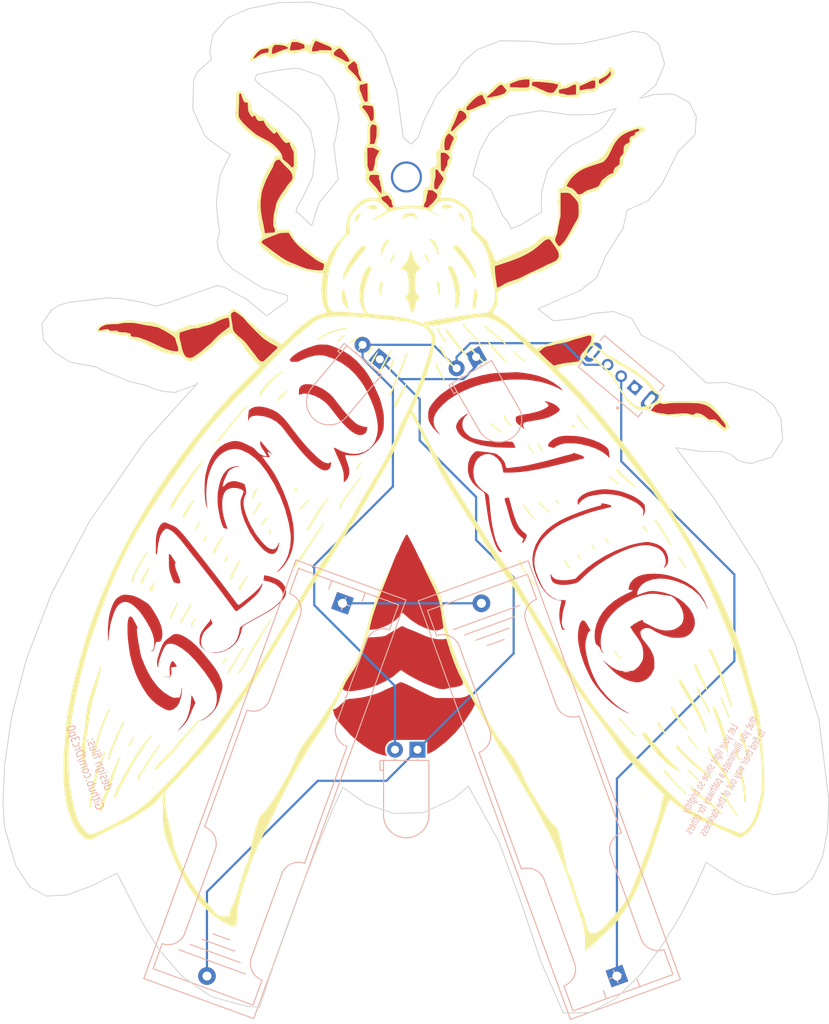
<source format=kicad_pcb>
(kicad_pcb (version 20240108) (generator "pcbnew") (generator_version "8.0")
  (layers (0 "F.Cu" signal) (31 "B.Cu" signal) (34 "B.Paste" user) (35 "F.Paste" user) (36 "B.SilkS" user "B.Silkscreen") (37 "F.SilkS" user "F.Silkscreen") (38 "B.Mask" user) (39 "F.Mask" user) (44 "Edge.Cuts" user))
  (net 0 "")
  (net 1 "Net-(D1-Pad2)")
  (net 3 "Net-(BT1-Pad2)")
  (net 4 "Net-(BT1-Pad1)")
  (net 5 "Net-(BT2-Pad1)")
  (footprint "Graphics" (layer "F.Cu") (at 154.401999 41.521989)
    (property "Reference" "")
    (property "Value" "")
  )
  (footprint "Graphics" (layer "F.Cu") (at 154.401999 41.521989)
    (property "Reference" "")
    (property "Value" "")
  )
  (footprint "Graphics" (layer "F.Cu") (at 154.401999 41.521989)
    (property "Reference" "")
    (property "Value" "")
  )
  (footprint "Graphics" (layer "F.Cu") (at 154.401999 41.521989)
    (property "Reference" "")
    (property "Value" "")
  )
  (footprint "Graphics" (layer "F.Cu") (at 154.401999 41.521989)
    (property "Reference" "")
    (property "Value" "")
  )
  (footprint "Graphics" (layer "B.Cu") (at 154.401999 41.521989)
    (property "Reference" "")
    (property "Value" "")
  )
  (footprint "LED_THT:LED_D5.0mm_Horizontal_O1.27mm_Z3.0mm" (layer "B.Cu") (at 197.000001 81.75 140)
    (property "Reference" "flat side" (hide yes))
    (property "Value" "LED" (hide yes))
  )
  (footprint "LED_THT:LED_D5.0mm_Horizontal_O1.27mm_Z3.0mm" (layer "B.Cu") (at 201.25 125.739366 180)
    (property "Reference" "flat side" (hide yes))
    (property "Value" "LED" (hide yes))
  )
  (footprint "LED_THT:LED_D5.0mm_Horizontal_O1.27mm_Z3.0mm" (layer "B.Cu") (at 207.866684 81.487034 -150)
    (property "Reference" "flat side" (hide yes))
    (property "Value" "LED" (hide yes))
  )
  (footprint "Local Footprints:SW_SS12D07VG4" (layer "B.Cu") (at 224.232614 83.650292 140)
    (property "Reference" "SW1" (hide yes))
    (property "Value" "SW_SPDT" (hide yes))
  )
  (footprint "Battery:BatteryHolder_Keystone_2466_1xAAA" (layer "B.Cu") (at 192.788302 109.245739 -110)
    (property "Reference" "BT1" (hide yes))
    (property "Value" "AAA battery" (hide yes))
  )
  (footprint "Battery:BatteryHolder_Keystone_2466_1xAAA" (layer "B.Cu") (at 223.75 151.25 110)
    (property "Reference" "BT2" (hide yes))
    (property "Value" "AAA battery" (hide yes))
  )
  (gr_poly (pts (xy 228.125999 50.854) (xy 229.07 48.669999) (xy 229.095001 48.292) (xy 228.468999 46.262) (xy 228.336999 46.085999) (xy 226.95 44.980001) (xy 225.599001 44.781) (xy 222.501 45.567) (xy 219.766999 46.164001) (xy 216.599 46.238) (xy 214.223999 45.906) (xy 210.581999 45.852999) (xy 207.969001 46.860001) (xy 206.335 48.304999) (xy 205.632 49.562) (xy 205.61 49.659001) (xy 203.473 51.902999) (xy 202.012 54.746) (xy 201.331999 56.708999) (xy 200.537 57.503) (xy 199.712001 56.847) (xy 199.631001 56.663001) (xy 198.924 51.526999) (xy 197.549 47.453001) (xy 195.951999 44.821) (xy 195.395001 44.288999) (xy 192.770001 42.324) (xy 189.313 41.498) (xy 185.618001 41.550001) (xy 182.277999 42.217) (xy 179.886999 43.237) (xy 179.806999 43.288999) (xy 178.174999 45.177999) (xy 177.811999 47.036999) (xy 177.991 47.965001) (xy 176.415999 49.360001) (xy 175.994999 50.327) (xy 175.990001 50.351001) (xy 175.914 53.603) (xy 177.223999 56.491001) (xy 177.504 56.811001) (xy 179.156 58.03) (xy 180.113001 58.647) (xy 178.994001 60.988999) (xy 178.585 63.751001) (xy 178.572001 64.561999) (xy 178.572001 64.564999) (xy 178.867001 67.011001) (xy 178.949001 67.299) (xy 178.639999 68.501999) (xy 178.848001 69.537999) (xy 179.378999 70.586) (xy 179.679999 70.883001) (xy 180.408 71.587999) (xy 183.598 73.642999) (xy 186.578999 74.541) (xy 186.595999 75.143999) (xy 184.232 76.85) (xy 181.946 74.970001) (xy 179.402999 73.609) (xy 178.594999 73.454999) (xy 173.141 75.376001) (xy 171.798001 75.760999) (xy 170.199 75.325) (xy 167.759999 74.895999) (xy 166.192999 74.833) (xy 166.190999 74.833) (xy 166.189001 74.833) (xy 162.078001 75.308001) (xy 160.859999 75.636999) (xy 159.984001 76.178001) (xy 158.861001 77.781) (xy 159.063999 79.593999) (xy 160.392999 81.028999) (xy 161.999001 82.022001) (xy 162.101001 82.073) (xy 164.982001 82.606) (xy 165.809001 83.051) (xy 166.166001 83.209999) (xy 166.189001 83.196) (xy 168.644001 84.204999) (xy 169.589 84.451001) (xy 170.668 84.712999) (xy 170.968001 84.849) (xy 171.028 84.888) (xy 172.47 85.353) (xy 173.868001 85.488001) (xy 176.159001 84.653999) (xy 176.238 84.604001) (xy 176.476001 84.410001) (xy 170.884001 90.579999) (xy 170.161 91.483001) (xy 164.204999 100.077001) (xy 159.953 108.169999) (xy 157.128001 115.564) (xy 155.458001 122.062) (xy 154.669 127.467001) (xy 154.485001 131.582) (xy 154.633999 134.211) (xy 154.697999 134.654) (xy 155.935 138.785) (xy 157.494999 141.220001) (xy 159.404 142.238001) (xy 161.685999 142.118999) (xy 164.366001 141.144999) (xy 167.357999 139.654001) (xy 168.575 142.046001) (xy 170.130999 145.091) (xy 172.146 148.334001) (xy 174.740001 151.319001) (xy 178.035 153.594) (xy 182.149001 154.702) (xy 183.455 154.742) (xy 184.66 151.092999) (xy 186.280999 146.485) (xy 188.114001 141.494) (xy 189.955001 136.694001) (xy 191.598 132.659999) (xy 192.823999 129.997) (xy 195.506001 131.879) (xy 198.595001 132.94) (xy 201.929 132.844001) (xy 205.347001 131.253001) (xy 206.984999 129.844999) (xy 210.476999 136.198) (xy 212.932999 142.919001) (xy 215.175999 149.636) (xy 217.714999 155.413999) (xy 220.703 155.367999) (xy 223.618999 153.781999) (xy 226.363001 151.118) (xy 228.835 147.838) (xy 230.935001 144.401001) (xy 232.561 141.269999) (xy 233.615 138.903999) (xy 233.801999 138.42) (xy 236.167001 139.975001) (xy 237.926999 140.982) (xy 241.431 142.08) (xy 244.019001 141.745) (xy 245.812 140.252999) (xy 246.933 137.880001) (xy 247.503 134.902999) (xy 247.644999 131.597999) (xy 247.639999 131.272001) (xy 246.538001 122.339001) (xy 243.792999 113.658) (xy 239.756 105.343001) (xy 234.779 97.509) (xy 230.385001 91.699999) (xy 233.153 92.137001) (xy 234.208 92.121999) (xy 235.676001 92.163999) (xy 236.695001 92.514) (xy 237.369001 93.122) (xy 238.405001 93.425) (xy 239.004999 93.467) (xy 241.218 92.748001) (xy 242.446 90.848001) (xy 242.268999 88.484999) (xy 241.897 87.819001) (xy 241.621 87.229999) (xy 241.348001 86.796) (xy 239.233001 85.279001) (xy 236.027 84.346001) (xy 233.821999 84.429) (xy 230.084 80.876001) (xy 226.535001 79.059001) (xy 225.396999 77.127001) (xy 223.382999 76.363) (xy 221.085 76.575) (xy 220.276999 76.863999) (xy 218.795999 77.19) (xy 216.975999 77.375) (xy 216.567001 77.413999) (xy 214.857999 76.072001) (xy 217.543999 74.866001) (xy 219.509999 74.076) (xy 221.413001 72.588999) (xy 222.365001 70.425999) (xy 222.371999 70.278999) (xy 224.425999 67.023) (xy 224.916 64.934) (xy 227.259999 63.891) (xy 228.852 61.965) (xy 228.913999 61.828001) (xy 230.594 58.423999) (xy 230.620001 58.366) (xy 232.421001 56.597001) (xy 232.578 56.344001) (xy 232.698999 54.365) (xy 231.918999 52.814999) (xy 230.293 51.927999) (xy 229.706001 51.835001) (xy 227.933001 51.901001) (xy 226.323001 52.363001) (xy 228.127999 50.854) (xy 228.125999 50.854)) (stroke (width 0.1)) (fill none) (layer "Edge.Cuts"))
  (gr_poly (pts (xy 221.83 55.923) (xy 220.559 56.663) (xy 220.191 56.848) (xy 218.528 57.712) (xy 218.357 57.821) (xy 217.053 59.041) (xy 217.052 59.043) (xy 216.115 60.224) (xy 215.862 60.616) (xy 215.864 60.616) (xy 215.243 62.975) (xy 215.22 65.175) (xy 212.911 66.594) (xy 211.846 67.022) (xy 211.348 66.109) (xy 210.84 65.533) (xy 209.514 62.615) (xy 207.498 61.024) (xy 208.036 59.097) (xy 208.284 58.262) (xy 209.427 56.135) (xy 211.553 54.356) (xy 215.13 53.726) (xy 218.545 54.217) (xy 221.299 54.149) (xy 223.662 53.473) (xy 222.478 55.287) (xy 221.829 55.923) (xy 221.83 55.923)) (stroke (width 0.1)) (fill none) (layer "Edge.Cuts"))
  (gr_poly (pts (xy 188.058 49.018) (xy 190.362 49.868) (xy 191.843 51.937) (xy 192.407 54.583) (xy 191.961 57.162) (xy 191.797 57.511) (xy 192.294 61.49) (xy 190.187 64.079) (xy 189.76 65.298) (xy 189.38 66.523) (xy 189.311 66.682) (xy 187.917 65.384) (xy 187.542 65.085) (xy 187.695 64.581) (xy 188.177 63.782) (xy 189.41 61.184) (xy 189.41 61.181) (xy 189.706 58.497) (xy 189.178 55.932) (xy 187.852 54.244) (xy 186.999 53.51) (xy 185.023 51.959) (xy 183.715 51.01) (xy 183.617 50.935) (xy 182.903 50.231) (xy 183.103 49.674) (xy 183.799 49.501) (xy 185.445 49.194) (xy 187.472 48.941) (xy 188.058 49.018)) (stroke (width 0.1)) (fill none) (layer "Edge.Cuts"))
  (gr_text "design files: \nGithub.com/Drc3p0" (at 164.5 127.5 -70) (layer "B.SilkS") (effects (font (size 0.9906 0.7366) (thickness 0.127)) (justify mirror)))
  (gr_text "Let your light shine so brightly \nthat you illuminate a pathway for others \nto find their way out of the darkness" (at 237.25 129.75 60) (layer "B.SilkS") (effects (font (size 0.889 0.5334) (thickness 0.1143)) (justify bottom mirror)))
  (via (at 200 61.2) (size 3.5) (drill 3) (layers "F.Cu" "B.Cu") (net 0))
  (segment (start 198.71 125.739366) (end 198.71 124.5) (width 0.25) (layer "B.Cu") (net 1))
  (segment (start 189.6 109.45) (end 189.6 105.25) (width 0.25) (layer "B.Cu") (net 1))
  (segment (start 198.475 85.063499) (end 198.475 96.075) (width 0.25) (layer "B.Cu") (net 1))
  (segment (start 195.054247 80.117321) (end 203.027266 80.117321) (width 0.25) (layer "B.Cu") (net 1))
  (segment (start 217.758529 79.932611) (end 220.190635 82.364717) (width 0.25) (layer "B.Cu") (net 1))
  (segment (start 189.45 105.1) (end 198.475 96.075) (width 0.25) (layer "B.Cu") (net 1))
  (segment (start 203.027266 80.117321) (end 205.666979 82.757034) (width 0.25) (layer "B.Cu") (net 1))
  (segment (start 195.054247 80.117321) (end 195.054247 81.642746) (width 0.25) (layer "B.Cu") (net 1))
  (segment (start 205.666979 81.484242) (end 207.21861 79.932611) (width 0.25) (layer "B.Cu") (net 1))
  (segment (start 205.666979 82.757034) (end 205.666979 81.484242) (width 0.25) (layer "B.Cu") (net 1))
  (segment (start 220.190635 82.364717) (end 222.700525 82.364717) (width 0.25) (layer "B.Cu") (net 1))
  (segment (start 207.21861 79.932611) (end 217.758529 79.932611) (width 0.25) (layer "B.Cu") (net 1))
  (segment (start 198.71 125.739367) (end 198.71 124.5) (width 0.25) (layer "B.Cu") (net 1))
  (segment (start 195.054247 81.642746) (end 198.475 85.063499) (width 0.25) (layer "B.Cu") (net 1))
  (segment (start 189.6 105.25) (end 189.45 105.1) (width 0.25) (layer "B.Cu") (net 1))
  (segment (start 198.71 125.739366) (end 198.71 118.56) (width 0.25) (layer "B.Cu") (net 1))
  (segment (start 198.71 118.56) (end 189.6 109.45) (width 0.25) (layer "B.Cu") (net 1))
  (segment (start 177.5 151.25) (end 177.5 141.75) (width 0.25) (layer "B.Cu") (net 3))
  (segment (start 197.000001 81.75) (end 198.350001 83.1) (width 0.25) (layer "B.Cu") (net 3))
  (segment (start 197.739366 129.25) (end 201.25 125.739366) (width 0.25) (layer "B.Cu") (net 3))
  (segment (start 201.5 86.249999) (end 201.5 87.4) (width 0.25) (layer "B.Cu") (net 3))
  (segment (start 207.866684 99.85) (end 207.866684 102.116684) (width 0.25) (layer "B.Cu") (net 3))
  (segment (start 199.232035 83.982034) (end 206.410915 83.982034) (width 0.25) (layer "B.Cu") (net 3))
  (segment (start 197.000001 81.75) (end 201.5 86.249999) (width 0.25) (layer "B.Cu") (net 3))
  (segment (start 207.866684 82.526265) (end 207.866684 81.487034) (width 0.25) (layer "B.Cu") (net 3))
  (segment (start 201.5 90.9) (end 201.5 87.4) (width 0.25) (layer "B.Cu") (net 3))
  (segment (start 207.866684 99.85) (end 207.866684 97.266684) (width 0.25) (layer "B.Cu") (net 3))
  (segment (start 212.1 114.889366) (end 201.25 125.739366) (width 0.25) (layer "B.Cu") (net 3))
  (segment (start 206.410915 83.982034) (end 207.866684 82.526265) (width 0.25) (layer "B.Cu") (net 3))
  (segment (start 198.350001 83.1) (end 199.232035 83.982034) (width 0.25) (layer "B.Cu") (net 3))
  (segment (start 177.5 141.75) (end 190 129.25) (width 0.25) (layer "B.Cu") (net 3))
  (segment (start 212.1 106.35) (end 212.1 114.889366) (width 0.25) (layer "B.Cu") (net 3))
  (segment (start 201.5 87.4) (end 201.5 86.5) (width 0.25) (layer "B.Cu") (net 3))
  (segment (start 190 129.25) (end 197.739366 129.25) (width 0.25) (layer "B.Cu") (net 3))
  (segment (start 207.866684 97.266684) (end 201.5 90.9) (width 0.25) (layer "B.Cu") (net 3))
  (segment (start 207.866684 102.116684) (end 212.1 106.35) (width 0.25) (layer "B.Cu") (net 3))
  (segment (start 192.788302 109.245739) (end 208.461698 109.245739) (width 0.25) (layer "B.Cu") (net 4))
  (segment (start 237 115.75) (end 237 106) (width 0.25) (layer "B.Cu") (net 5))
  (segment (start 224.232614 93.232614) (end 224.232614 83.650292) (width 0.25) (layer "B.Cu") (net 5))
  (segment (start 223.75 129) (end 237 115.75) (width 0.25) (layer "B.Cu") (net 5))
  (segment (start 223.75 151.25) (end 223.75 129) (width 0.25) (layer "B.Cu") (net 5))
  (segment (start 237 106) (end 224.232614 93.232614) (width 0.25) (layer "B.Cu") (net 5))
)
</source>
